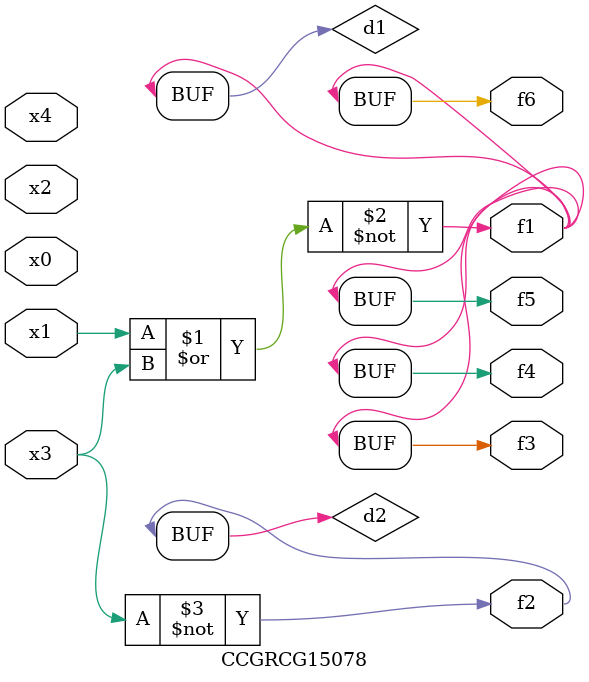
<source format=v>
module CCGRCG15078(
	input x0, x1, x2, x3, x4,
	output f1, f2, f3, f4, f5, f6
);

	wire d1, d2;

	nor (d1, x1, x3);
	not (d2, x3);
	assign f1 = d1;
	assign f2 = d2;
	assign f3 = d1;
	assign f4 = d1;
	assign f5 = d1;
	assign f6 = d1;
endmodule

</source>
